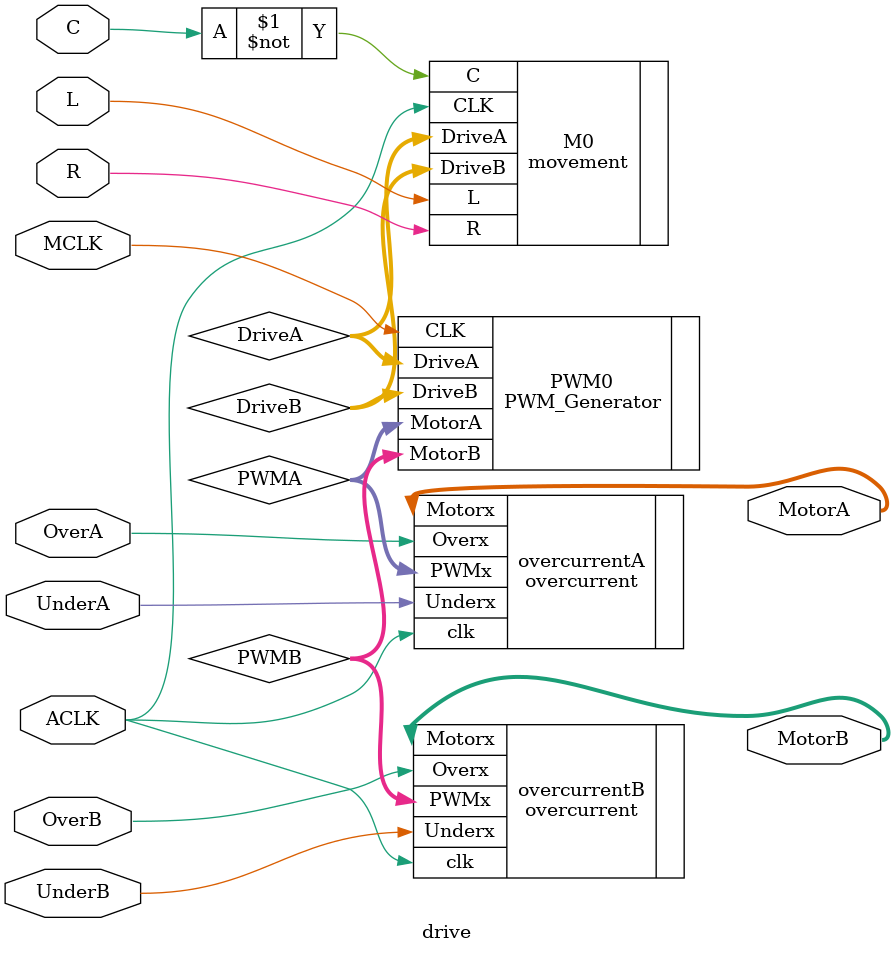
<source format=v>
/*-------------------------------------------------------------
    Project Lab 1 - Main Project
       Program by: Zachary Bonneau
    Creation Date: 10/13/2023
     Program Name: drive.v
    SubProgram of: drive system
  
    Program Description:
        This program instantiates submodules from:
            movement system, overcurrent system, PWM generator
        to construct the final drive system.
        Signals from the IPS sensors drive the movement system, which configure
        PWM duty cycles. These PWM signals are controlled by the overcurrent protection
        system to prevent motor and battery overcurrent

    Inputs:
        MCLK -> PWM generator
        ACLK -> Movement system
        IPS L,C,R -> Movement system
        Over A,B, bat -> overcurrent systems
    
    Outputs:
        EnA, EnB -> H-Bridge
        MotorA, MotorB -> H-Bridge     
        
    Notes:
        Revision 2.0 - Removed OverBat, added UnderA/B to reflect hardware changes

*///-----------------------------------------------------------
//`include "mainproject\driveSystem\movementSystem\movement.v"
//`include "mainproject\driveSystem\overcurrent\overcurrent.v"
//`include "mainproject\driveSystem\PWM_Generator\PWM_Generator.v"

module drive(
    input MCLK, ACLK, L, C, R, OverA, UnderA, OverB, UnderB,
    //output EnA, EnB,
    output [1:0] MotorA, MotorB
);
    wire [1:0] DriveA, DriveB;
    wire [1:0] PWMA, PWMB;

    movement M0(
        .CLK(ACLK), .L(L), .C(~C), .R(R),
        .DriveA(DriveA), .DriveB(DriveB)
    );

    PWM_Generator PWM0(
        .CLK(MCLK), .DriveA(DriveA), .DriveB(DriveB),
        .MotorA(PWMA), .MotorB(PWMB)
    );

    overcurrent overcurrentA( .clk(ACLK),
        .PWMx(PWMA), .Overx(OverA), .Underx(UnderA),
        //.Enx(EnA),
         .Motorx(MotorA)
    );

    overcurrent overcurrentB( .clk(ACLK),
        .PWMx(PWMB), .Overx(OverB), .Underx(UnderB),
        //.Enx(EnB), 
        .Motorx(MotorB)
    );

endmodule
</source>
